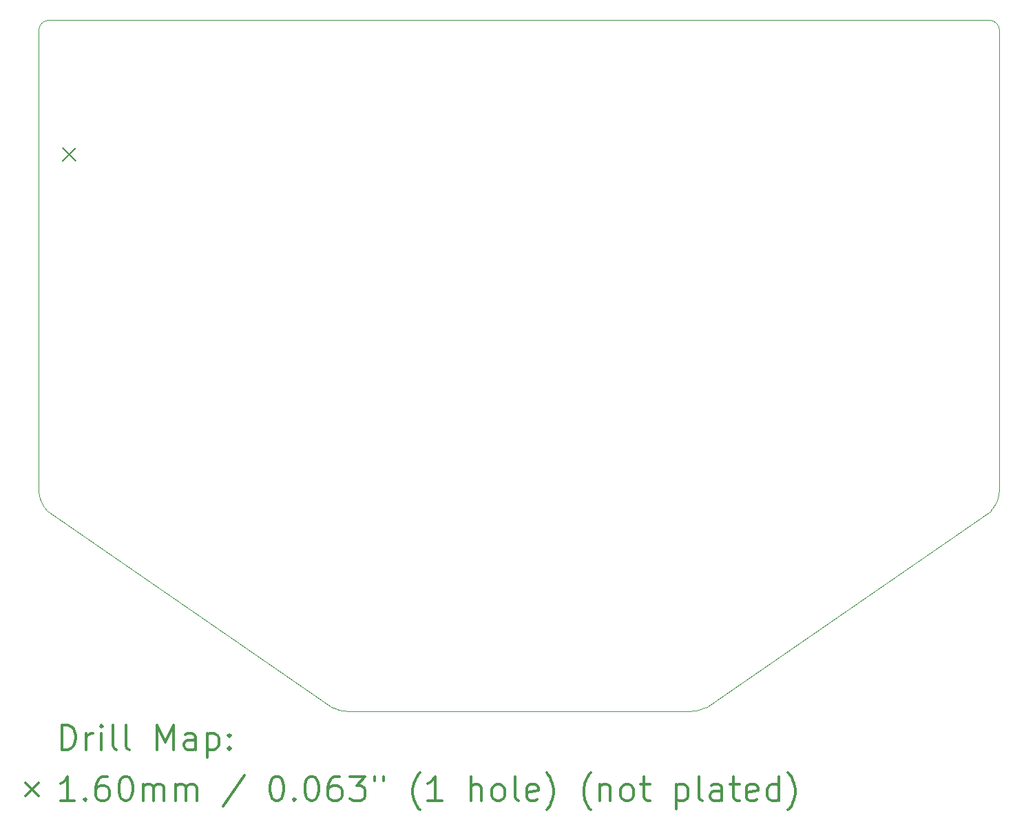
<source format=gbr>
%FSLAX45Y45*%
G04 Gerber Fmt 4.5, Leading zero omitted, Abs format (unit mm)*
G04 Created by KiCad (PCBNEW 5.1.7-a382d34a8~87~ubuntu20.04.1) date 2020-10-18 23:33:40*
%MOMM*%
%LPD*%
G01*
G04 APERTURE LIST*
%TA.AperFunction,Profile*%
%ADD10C,0.050000*%
%TD*%
%ADD11C,0.200000*%
%ADD12C,0.300000*%
G04 APERTURE END LIST*
D10*
X16313752Y-10874873D02*
G75*
G03*
X16497300Y-10922000I183548J333873D01*
G01*
X20897173Y-10874821D02*
G75*
G02*
X20713642Y-10921939I-183531J333882D01*
G01*
X24406860Y-8453120D02*
G75*
G03*
X24511035Y-8191340I-276825J261780D01*
G01*
X12804078Y-8453178D02*
G75*
G02*
X12700000Y-8191500I276922J261678D01*
G01*
X24384000Y-2413000D02*
G75*
G02*
X24511000Y-2540000I0J-127000D01*
G01*
X12700000Y-2540000D02*
G75*
G02*
X12827000Y-2413000I127000J0D01*
G01*
X24406860Y-8453120D02*
X20897173Y-10874821D01*
X16313752Y-10874873D02*
X12804078Y-8453178D01*
X12700000Y-8191500D02*
X12700000Y-2540000D01*
X20713642Y-10921939D02*
X16497300Y-10922000D01*
X24511000Y-2540000D02*
X24511035Y-8191340D01*
X12827000Y-2413000D02*
X24384000Y-2413000D01*
D11*
X12990000Y-3984000D02*
X13150000Y-4144000D01*
X13150000Y-3984000D02*
X12990000Y-4144000D01*
D12*
X12983928Y-11390214D02*
X12983928Y-11090214D01*
X13055357Y-11090214D01*
X13098214Y-11104500D01*
X13126786Y-11133072D01*
X13141071Y-11161643D01*
X13155357Y-11218786D01*
X13155357Y-11261643D01*
X13141071Y-11318786D01*
X13126786Y-11347357D01*
X13098214Y-11375929D01*
X13055357Y-11390214D01*
X12983928Y-11390214D01*
X13283928Y-11390214D02*
X13283928Y-11190214D01*
X13283928Y-11247357D02*
X13298214Y-11218786D01*
X13312500Y-11204500D01*
X13341071Y-11190214D01*
X13369643Y-11190214D01*
X13469643Y-11390214D02*
X13469643Y-11190214D01*
X13469643Y-11090214D02*
X13455357Y-11104500D01*
X13469643Y-11118786D01*
X13483928Y-11104500D01*
X13469643Y-11090214D01*
X13469643Y-11118786D01*
X13655357Y-11390214D02*
X13626786Y-11375929D01*
X13612500Y-11347357D01*
X13612500Y-11090214D01*
X13812500Y-11390214D02*
X13783928Y-11375929D01*
X13769643Y-11347357D01*
X13769643Y-11090214D01*
X14155357Y-11390214D02*
X14155357Y-11090214D01*
X14255357Y-11304500D01*
X14355357Y-11090214D01*
X14355357Y-11390214D01*
X14626786Y-11390214D02*
X14626786Y-11233071D01*
X14612500Y-11204500D01*
X14583928Y-11190214D01*
X14526786Y-11190214D01*
X14498214Y-11204500D01*
X14626786Y-11375929D02*
X14598214Y-11390214D01*
X14526786Y-11390214D01*
X14498214Y-11375929D01*
X14483928Y-11347357D01*
X14483928Y-11318786D01*
X14498214Y-11290214D01*
X14526786Y-11275929D01*
X14598214Y-11275929D01*
X14626786Y-11261643D01*
X14769643Y-11190214D02*
X14769643Y-11490214D01*
X14769643Y-11204500D02*
X14798214Y-11190214D01*
X14855357Y-11190214D01*
X14883928Y-11204500D01*
X14898214Y-11218786D01*
X14912500Y-11247357D01*
X14912500Y-11333071D01*
X14898214Y-11361643D01*
X14883928Y-11375929D01*
X14855357Y-11390214D01*
X14798214Y-11390214D01*
X14769643Y-11375929D01*
X15041071Y-11361643D02*
X15055357Y-11375929D01*
X15041071Y-11390214D01*
X15026786Y-11375929D01*
X15041071Y-11361643D01*
X15041071Y-11390214D01*
X15041071Y-11204500D02*
X15055357Y-11218786D01*
X15041071Y-11233071D01*
X15026786Y-11218786D01*
X15041071Y-11204500D01*
X15041071Y-11233071D01*
X12537500Y-11804500D02*
X12697500Y-11964500D01*
X12697500Y-11804500D02*
X12537500Y-11964500D01*
X13141071Y-12020214D02*
X12969643Y-12020214D01*
X13055357Y-12020214D02*
X13055357Y-11720214D01*
X13026786Y-11763071D01*
X12998214Y-11791643D01*
X12969643Y-11805929D01*
X13269643Y-11991643D02*
X13283928Y-12005929D01*
X13269643Y-12020214D01*
X13255357Y-12005929D01*
X13269643Y-11991643D01*
X13269643Y-12020214D01*
X13541071Y-11720214D02*
X13483928Y-11720214D01*
X13455357Y-11734500D01*
X13441071Y-11748786D01*
X13412500Y-11791643D01*
X13398214Y-11848786D01*
X13398214Y-11963071D01*
X13412500Y-11991643D01*
X13426786Y-12005929D01*
X13455357Y-12020214D01*
X13512500Y-12020214D01*
X13541071Y-12005929D01*
X13555357Y-11991643D01*
X13569643Y-11963071D01*
X13569643Y-11891643D01*
X13555357Y-11863071D01*
X13541071Y-11848786D01*
X13512500Y-11834500D01*
X13455357Y-11834500D01*
X13426786Y-11848786D01*
X13412500Y-11863071D01*
X13398214Y-11891643D01*
X13755357Y-11720214D02*
X13783928Y-11720214D01*
X13812500Y-11734500D01*
X13826786Y-11748786D01*
X13841071Y-11777357D01*
X13855357Y-11834500D01*
X13855357Y-11905929D01*
X13841071Y-11963071D01*
X13826786Y-11991643D01*
X13812500Y-12005929D01*
X13783928Y-12020214D01*
X13755357Y-12020214D01*
X13726786Y-12005929D01*
X13712500Y-11991643D01*
X13698214Y-11963071D01*
X13683928Y-11905929D01*
X13683928Y-11834500D01*
X13698214Y-11777357D01*
X13712500Y-11748786D01*
X13726786Y-11734500D01*
X13755357Y-11720214D01*
X13983928Y-12020214D02*
X13983928Y-11820214D01*
X13983928Y-11848786D02*
X13998214Y-11834500D01*
X14026786Y-11820214D01*
X14069643Y-11820214D01*
X14098214Y-11834500D01*
X14112500Y-11863071D01*
X14112500Y-12020214D01*
X14112500Y-11863071D02*
X14126786Y-11834500D01*
X14155357Y-11820214D01*
X14198214Y-11820214D01*
X14226786Y-11834500D01*
X14241071Y-11863071D01*
X14241071Y-12020214D01*
X14383928Y-12020214D02*
X14383928Y-11820214D01*
X14383928Y-11848786D02*
X14398214Y-11834500D01*
X14426786Y-11820214D01*
X14469643Y-11820214D01*
X14498214Y-11834500D01*
X14512500Y-11863071D01*
X14512500Y-12020214D01*
X14512500Y-11863071D02*
X14526786Y-11834500D01*
X14555357Y-11820214D01*
X14598214Y-11820214D01*
X14626786Y-11834500D01*
X14641071Y-11863071D01*
X14641071Y-12020214D01*
X15226786Y-11705929D02*
X14969643Y-12091643D01*
X15612500Y-11720214D02*
X15641071Y-11720214D01*
X15669643Y-11734500D01*
X15683928Y-11748786D01*
X15698214Y-11777357D01*
X15712500Y-11834500D01*
X15712500Y-11905929D01*
X15698214Y-11963071D01*
X15683928Y-11991643D01*
X15669643Y-12005929D01*
X15641071Y-12020214D01*
X15612500Y-12020214D01*
X15583928Y-12005929D01*
X15569643Y-11991643D01*
X15555357Y-11963071D01*
X15541071Y-11905929D01*
X15541071Y-11834500D01*
X15555357Y-11777357D01*
X15569643Y-11748786D01*
X15583928Y-11734500D01*
X15612500Y-11720214D01*
X15841071Y-11991643D02*
X15855357Y-12005929D01*
X15841071Y-12020214D01*
X15826786Y-12005929D01*
X15841071Y-11991643D01*
X15841071Y-12020214D01*
X16041071Y-11720214D02*
X16069643Y-11720214D01*
X16098214Y-11734500D01*
X16112500Y-11748786D01*
X16126786Y-11777357D01*
X16141071Y-11834500D01*
X16141071Y-11905929D01*
X16126786Y-11963071D01*
X16112500Y-11991643D01*
X16098214Y-12005929D01*
X16069643Y-12020214D01*
X16041071Y-12020214D01*
X16012500Y-12005929D01*
X15998214Y-11991643D01*
X15983928Y-11963071D01*
X15969643Y-11905929D01*
X15969643Y-11834500D01*
X15983928Y-11777357D01*
X15998214Y-11748786D01*
X16012500Y-11734500D01*
X16041071Y-11720214D01*
X16398214Y-11720214D02*
X16341071Y-11720214D01*
X16312500Y-11734500D01*
X16298214Y-11748786D01*
X16269643Y-11791643D01*
X16255357Y-11848786D01*
X16255357Y-11963071D01*
X16269643Y-11991643D01*
X16283928Y-12005929D01*
X16312500Y-12020214D01*
X16369643Y-12020214D01*
X16398214Y-12005929D01*
X16412500Y-11991643D01*
X16426786Y-11963071D01*
X16426786Y-11891643D01*
X16412500Y-11863071D01*
X16398214Y-11848786D01*
X16369643Y-11834500D01*
X16312500Y-11834500D01*
X16283928Y-11848786D01*
X16269643Y-11863071D01*
X16255357Y-11891643D01*
X16526786Y-11720214D02*
X16712500Y-11720214D01*
X16612500Y-11834500D01*
X16655357Y-11834500D01*
X16683928Y-11848786D01*
X16698214Y-11863071D01*
X16712500Y-11891643D01*
X16712500Y-11963071D01*
X16698214Y-11991643D01*
X16683928Y-12005929D01*
X16655357Y-12020214D01*
X16569643Y-12020214D01*
X16541071Y-12005929D01*
X16526786Y-11991643D01*
X16826786Y-11720214D02*
X16826786Y-11777357D01*
X16941071Y-11720214D02*
X16941071Y-11777357D01*
X17383928Y-12134500D02*
X17369643Y-12120214D01*
X17341071Y-12077357D01*
X17326786Y-12048786D01*
X17312500Y-12005929D01*
X17298214Y-11934500D01*
X17298214Y-11877357D01*
X17312500Y-11805929D01*
X17326786Y-11763071D01*
X17341071Y-11734500D01*
X17369643Y-11691643D01*
X17383928Y-11677357D01*
X17655357Y-12020214D02*
X17483928Y-12020214D01*
X17569643Y-12020214D02*
X17569643Y-11720214D01*
X17541071Y-11763071D01*
X17512500Y-11791643D01*
X17483928Y-11805929D01*
X18012500Y-12020214D02*
X18012500Y-11720214D01*
X18141071Y-12020214D02*
X18141071Y-11863071D01*
X18126786Y-11834500D01*
X18098214Y-11820214D01*
X18055357Y-11820214D01*
X18026786Y-11834500D01*
X18012500Y-11848786D01*
X18326786Y-12020214D02*
X18298214Y-12005929D01*
X18283928Y-11991643D01*
X18269643Y-11963071D01*
X18269643Y-11877357D01*
X18283928Y-11848786D01*
X18298214Y-11834500D01*
X18326786Y-11820214D01*
X18369643Y-11820214D01*
X18398214Y-11834500D01*
X18412500Y-11848786D01*
X18426786Y-11877357D01*
X18426786Y-11963071D01*
X18412500Y-11991643D01*
X18398214Y-12005929D01*
X18369643Y-12020214D01*
X18326786Y-12020214D01*
X18598214Y-12020214D02*
X18569643Y-12005929D01*
X18555357Y-11977357D01*
X18555357Y-11720214D01*
X18826786Y-12005929D02*
X18798214Y-12020214D01*
X18741071Y-12020214D01*
X18712500Y-12005929D01*
X18698214Y-11977357D01*
X18698214Y-11863071D01*
X18712500Y-11834500D01*
X18741071Y-11820214D01*
X18798214Y-11820214D01*
X18826786Y-11834500D01*
X18841071Y-11863071D01*
X18841071Y-11891643D01*
X18698214Y-11920214D01*
X18941071Y-12134500D02*
X18955357Y-12120214D01*
X18983928Y-12077357D01*
X18998214Y-12048786D01*
X19012500Y-12005929D01*
X19026786Y-11934500D01*
X19026786Y-11877357D01*
X19012500Y-11805929D01*
X18998214Y-11763071D01*
X18983928Y-11734500D01*
X18955357Y-11691643D01*
X18941071Y-11677357D01*
X19483928Y-12134500D02*
X19469643Y-12120214D01*
X19441071Y-12077357D01*
X19426786Y-12048786D01*
X19412500Y-12005929D01*
X19398214Y-11934500D01*
X19398214Y-11877357D01*
X19412500Y-11805929D01*
X19426786Y-11763071D01*
X19441071Y-11734500D01*
X19469643Y-11691643D01*
X19483928Y-11677357D01*
X19598214Y-11820214D02*
X19598214Y-12020214D01*
X19598214Y-11848786D02*
X19612500Y-11834500D01*
X19641071Y-11820214D01*
X19683928Y-11820214D01*
X19712500Y-11834500D01*
X19726786Y-11863071D01*
X19726786Y-12020214D01*
X19912500Y-12020214D02*
X19883928Y-12005929D01*
X19869643Y-11991643D01*
X19855357Y-11963071D01*
X19855357Y-11877357D01*
X19869643Y-11848786D01*
X19883928Y-11834500D01*
X19912500Y-11820214D01*
X19955357Y-11820214D01*
X19983928Y-11834500D01*
X19998214Y-11848786D01*
X20012500Y-11877357D01*
X20012500Y-11963071D01*
X19998214Y-11991643D01*
X19983928Y-12005929D01*
X19955357Y-12020214D01*
X19912500Y-12020214D01*
X20098214Y-11820214D02*
X20212500Y-11820214D01*
X20141071Y-11720214D02*
X20141071Y-11977357D01*
X20155357Y-12005929D01*
X20183928Y-12020214D01*
X20212500Y-12020214D01*
X20541071Y-11820214D02*
X20541071Y-12120214D01*
X20541071Y-11834500D02*
X20569643Y-11820214D01*
X20626786Y-11820214D01*
X20655357Y-11834500D01*
X20669643Y-11848786D01*
X20683928Y-11877357D01*
X20683928Y-11963071D01*
X20669643Y-11991643D01*
X20655357Y-12005929D01*
X20626786Y-12020214D01*
X20569643Y-12020214D01*
X20541071Y-12005929D01*
X20855357Y-12020214D02*
X20826786Y-12005929D01*
X20812500Y-11977357D01*
X20812500Y-11720214D01*
X21098214Y-12020214D02*
X21098214Y-11863071D01*
X21083928Y-11834500D01*
X21055357Y-11820214D01*
X20998214Y-11820214D01*
X20969643Y-11834500D01*
X21098214Y-12005929D02*
X21069643Y-12020214D01*
X20998214Y-12020214D01*
X20969643Y-12005929D01*
X20955357Y-11977357D01*
X20955357Y-11948786D01*
X20969643Y-11920214D01*
X20998214Y-11905929D01*
X21069643Y-11905929D01*
X21098214Y-11891643D01*
X21198214Y-11820214D02*
X21312500Y-11820214D01*
X21241071Y-11720214D02*
X21241071Y-11977357D01*
X21255357Y-12005929D01*
X21283928Y-12020214D01*
X21312500Y-12020214D01*
X21526786Y-12005929D02*
X21498214Y-12020214D01*
X21441071Y-12020214D01*
X21412500Y-12005929D01*
X21398214Y-11977357D01*
X21398214Y-11863071D01*
X21412500Y-11834500D01*
X21441071Y-11820214D01*
X21498214Y-11820214D01*
X21526786Y-11834500D01*
X21541071Y-11863071D01*
X21541071Y-11891643D01*
X21398214Y-11920214D01*
X21798214Y-12020214D02*
X21798214Y-11720214D01*
X21798214Y-12005929D02*
X21769643Y-12020214D01*
X21712500Y-12020214D01*
X21683928Y-12005929D01*
X21669643Y-11991643D01*
X21655357Y-11963071D01*
X21655357Y-11877357D01*
X21669643Y-11848786D01*
X21683928Y-11834500D01*
X21712500Y-11820214D01*
X21769643Y-11820214D01*
X21798214Y-11834500D01*
X21912500Y-12134500D02*
X21926786Y-12120214D01*
X21955357Y-12077357D01*
X21969643Y-12048786D01*
X21983928Y-12005929D01*
X21998214Y-11934500D01*
X21998214Y-11877357D01*
X21983928Y-11805929D01*
X21969643Y-11763071D01*
X21955357Y-11734500D01*
X21926786Y-11691643D01*
X21912500Y-11677357D01*
M02*

</source>
